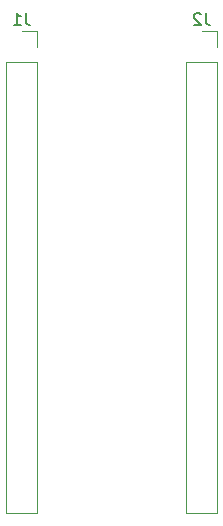
<source format=gbr>
%TF.GenerationSoftware,KiCad,Pcbnew,7.0.7-2.fc38*%
%TF.CreationDate,2024-02-23T01:30:43-08:00*%
%TF.ProjectId,SparrowBreadboardAdapter,53706172-726f-4774-9272-656164626f61,rev?*%
%TF.SameCoordinates,Original*%
%TF.FileFunction,Legend,Bot*%
%TF.FilePolarity,Positive*%
%FSLAX46Y46*%
G04 Gerber Fmt 4.6, Leading zero omitted, Abs format (unit mm)*
G04 Created by KiCad (PCBNEW 7.0.7-2.fc38) date 2024-02-23 01:30:43*
%MOMM*%
%LPD*%
G01*
G04 APERTURE LIST*
%ADD10C,0.150000*%
%ADD11C,0.120000*%
G04 APERTURE END LIST*
D10*
X155273333Y-86024819D02*
X155273333Y-86739104D01*
X155273333Y-86739104D02*
X155320952Y-86881961D01*
X155320952Y-86881961D02*
X155416190Y-86977200D01*
X155416190Y-86977200D02*
X155559047Y-87024819D01*
X155559047Y-87024819D02*
X155654285Y-87024819D01*
X154844761Y-86120057D02*
X154797142Y-86072438D01*
X154797142Y-86072438D02*
X154701904Y-86024819D01*
X154701904Y-86024819D02*
X154463809Y-86024819D01*
X154463809Y-86024819D02*
X154368571Y-86072438D01*
X154368571Y-86072438D02*
X154320952Y-86120057D01*
X154320952Y-86120057D02*
X154273333Y-86215295D01*
X154273333Y-86215295D02*
X154273333Y-86310533D01*
X154273333Y-86310533D02*
X154320952Y-86453390D01*
X154320952Y-86453390D02*
X154892380Y-87024819D01*
X154892380Y-87024819D02*
X154273333Y-87024819D01*
X140033333Y-86024819D02*
X140033333Y-86739104D01*
X140033333Y-86739104D02*
X140080952Y-86881961D01*
X140080952Y-86881961D02*
X140176190Y-86977200D01*
X140176190Y-86977200D02*
X140319047Y-87024819D01*
X140319047Y-87024819D02*
X140414285Y-87024819D01*
X139033333Y-87024819D02*
X139604761Y-87024819D01*
X139319047Y-87024819D02*
X139319047Y-86024819D01*
X139319047Y-86024819D02*
X139414285Y-86167676D01*
X139414285Y-86167676D02*
X139509523Y-86262914D01*
X139509523Y-86262914D02*
X139604761Y-86310533D01*
D11*
%TO.C,J2*%
X156270000Y-87570000D02*
X154940000Y-87570000D01*
X156270000Y-88900000D02*
X156270000Y-87570000D01*
X156270000Y-90170000D02*
X156270000Y-128330000D01*
X156270000Y-90170000D02*
X153610000Y-90170000D01*
X156270000Y-128330000D02*
X153610000Y-128330000D01*
X153610000Y-90170000D02*
X153610000Y-128330000D01*
%TO.C,J1*%
X141030000Y-87570000D02*
X139700000Y-87570000D01*
X141030000Y-88900000D02*
X141030000Y-87570000D01*
X141030000Y-90170000D02*
X141030000Y-128330000D01*
X141030000Y-90170000D02*
X138370000Y-90170000D01*
X141030000Y-128330000D02*
X138370000Y-128330000D01*
X138370000Y-90170000D02*
X138370000Y-128330000D01*
%TD*%
M02*

</source>
